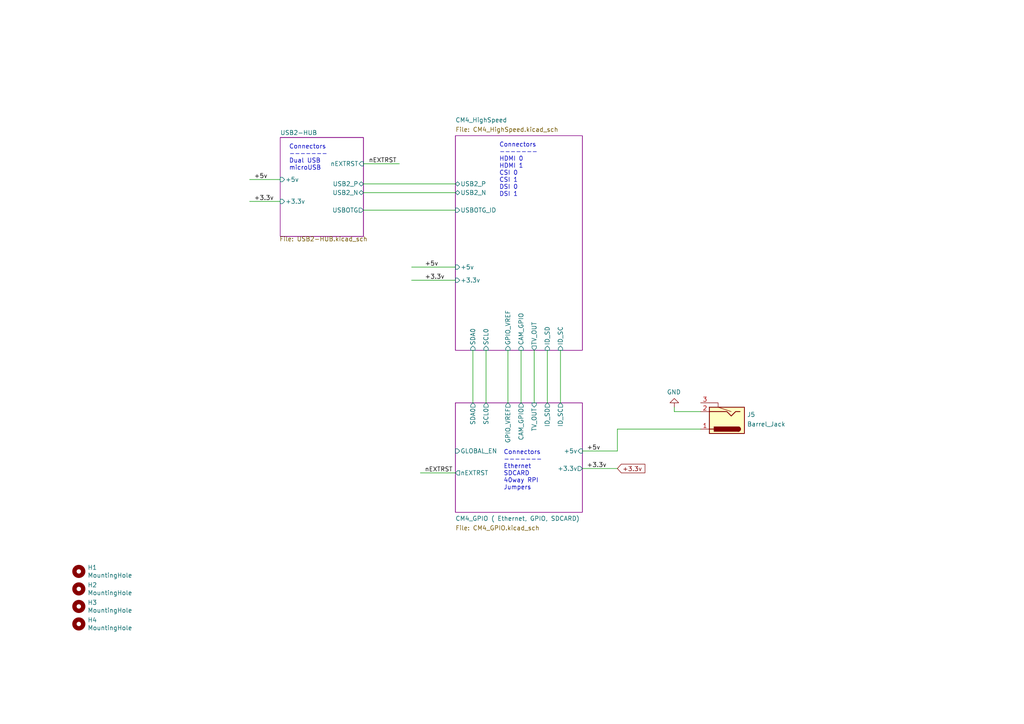
<source format=kicad_sch>
(kicad_sch (version 20210621) (generator eeschema)
  (paper "A4")
  (title_block (title "Compute Module 4 IO Board - Top Level") (rev "1") (company "(c) Raspberry Pi Trading 2020") (comment 1 "www.raspberrypi.org"))
  (lib_symbols
    (symbol "CM4IO:Barrel_Jack"
      (property "Reference" "J" (at 0 5.334 0))
      (property "Value" "Barrel_Jack" (at 0 -5.08 0))
      (symbol "Barrel_Jack_0_1"
        (arc (start -3.302 3.175) (end -3.302 1.905) (radius (at -3.302 2.54) (length 0.635) (angles 90.1 -90.1)) (stroke (width 0.254)))
        (arc (start -3.302 3.175) (end -3.302 1.905) (radius (at -3.302 2.54) (length 0.635) (angles 90.1 -90.1)) (stroke (width 0.254)) (fill (type outline)))
        (rectangle (start 3.683 3.175) (end -3.302 1.905) (stroke (width 0.254)) (fill (type outline)))
        (rectangle (start -5.08 3.81) (end 5.08 -3.81) (stroke (width 0.254)) (fill (type background)))
        (polyline (pts (xy 5.08 2.54) (xy 3.81 2.54)) (stroke (width 0.254)))
        (polyline (pts (xy 5.08 -5.08) (xy 2.54 -5.08) (xy 2.54 -3.81) (xy -1.27 -2.54)))
        (polyline (pts (xy -3.81 -2.54) (xy -2.54 -2.54) (xy -1.27 -1.27) (xy 0 -2.54) (xy 2.54 -2.54) (xy 5.08 -2.54)) (stroke (width 0.254)))
      )
      (symbol "Barrel_Jack_1_1"
        (pin passive line (at 7.62 2.54 180) (length 2.54) (name "~") (number "1"))
        (pin passive line (at 7.62 -2.54 180) (length 2.54) (name "~") (number "2"))
        (pin passive line (at 7.62 -5.08 180) (length 2.54) (name "~") (number "3"))
      )
    )
    (symbol "Mechanical:MountingHole"
      (property "Reference" "H" (at 0 5.08 0))
      (property "Value" "MountingHole" (at 0 3.175 0))
      (symbol "MountingHole_0_1"
        (circle (center 0 0) (radius 1.27) (stroke (width 1.27)))
      )
    )
    (symbol "power:GND" (power) (pin_names (offset 0))
      (property "Value" "GND" (at 0 -3.81 0))
      (symbol "GND_0_1"
        (polyline (pts (xy 0 0) (xy 0 -1.27) (xy 1.27 -1.27) (xy 0 -2.54) (xy -1.27 -1.27) (xy 0 -1.27)))
      )
      (symbol "GND_1_1"
        (pin power_in line (at 0 0 270) (length 0) hide (name "GND") (number "1"))
      )
    )
  )
  (wire (pts (xy 81.28 52.07) (xy 72.39 52.07)))
  (wire (pts (xy 81.28 58.42) (xy 72.39 58.42)))
  (wire (pts (xy 105.41 47.498) (xy 115.824 47.498)))
  (wire (pts (xy 105.41 53.34) (xy 132.08 53.34)))
  (wire (pts (xy 105.41 55.88) (xy 132.08 55.88)))
  (wire (pts (xy 105.41 60.96) (xy 132.08 60.96)))
  (wire (pts (xy 119.38 77.47) (xy 132.08 77.47)))
  (wire (pts (xy 121.92 137.16) (xy 132.08 137.16)))
  (wire (pts (xy 132.08 81.28) (xy 119.38 81.28)))
  (wire (pts (xy 137.16 101.6) (xy 137.16 116.84)))
  (wire (pts (xy 140.97 101.6) (xy 140.97 116.84)))
  (wire (pts (xy 147.32 101.6) (xy 147.32 116.84)))
  (wire (pts (xy 151.13 116.84) (xy 151.13 101.6)))
  (wire (pts (xy 154.94 116.84) (xy 154.94 101.6)))
  (wire (pts (xy 158.75 101.6) (xy 158.75 116.84)))
  (wire (pts (xy 162.56 116.84) (xy 162.56 101.6)))
  (wire (pts (xy 168.91 135.89) (xy 179.07 135.89)))
  (wire (pts (xy 179.07 124.46) (xy 179.07 130.81)))
  (wire (pts (xy 179.07 130.81) (xy 168.91 130.81)))
  (wire (pts (xy 195.58 119.38) (xy 195.58 118.11)))
  (wire (pts (xy 203.2 119.38) (xy 195.58 119.38)))
  (wire (pts (xy 203.2 124.46) (xy 179.07 124.46)))
  (text "Connectors\n-------\nDual USB\nmicroUSB" (at 83.82 49.53 0) (effects (font (size 1.27 1.27)) (justify left bottom)))
  (text "Connectors\n-------\nHDMI 0\nHDMI 1\nCSI 0\nCSI 1\nDSI 0\nDSI 1" (at 144.78 57.15 0) (effects (font (size 1.27 1.27)) (justify left bottom)))
  (text "Connectors\n-------\nEthernet\nSDCARD\n40way RPI\nJumpers" (at 146.05 142.24 0) (effects (font (size 1.27 1.27)) (justify left bottom)))
  (label "+5v" (at 73.66 52.07 0))
  (label "+3.3v" (at 73.66 58.42 0))
  (label "nEXTRST" (at 106.934 47.498 0))
  (label "+5v" (at 123.19 77.47 0))
  (label "+3.3v" (at 123.19 81.28 0))
  (label "nEXTRST" (at 123.19 137.16 0))
  (label "+5v" (at 170.18 130.81 0))
  (label "+3.3v" (at 170.18 135.89 0))
  (global_label "+3.3v" (shape input) (at 179.07 135.89 0) (property "Intersheet References" "${INTERSHEET_REFS}" (effects hide)))
  (symbol (lib_id "power:GND") (at 195.58 118.11 180) (unit 1)
    (property "Reference" "#PWR0102" (effects hide))
    (property "Value" "GND" (at 195.453 113.7158 0))
  )
  (symbol (lib_id "Mechanical:MountingHole") (at 22.86 165.735 0) (unit 1)
    (property "Reference" "H1" (at 25.4 164.592 0) (effects (justify left)))
    (property "Value" "MountingHole" (at 25.4 166.878 0) (effects (justify left)))
    (property "Footprint" "MountingHole:MountingHole_2.7mm_M2.5" (effects hide))
    (property "Field4" "nf" (effects hide))
    (property "Field5" "nf" (effects hide))
    (property "Field6" "nf" (effects hide))
    (property "Field7" "nf" (effects hide))
    (property "Part Description" "M2.5 mounting hole" (effects hide))
  )
  (symbol (lib_id "Mechanical:MountingHole") (at 22.86 170.815 0) (unit 1)
    (property "Reference" "H2" (at 25.4 169.672 0) (effects (justify left)))
    (property "Value" "MountingHole" (at 25.4 171.958 0) (effects (justify left)))
    (property "Footprint" "MountingHole:MountingHole_2.7mm_M2.5" (effects hide))
    (property "Field4" "nf" (effects hide))
    (property "Field5" "nf" (effects hide))
    (property "Field6" "nf" (effects hide))
    (property "Field7" "nf" (effects hide))
    (property "Part Description" "M2.5 mounting hole" (effects hide))
  )
  (symbol (lib_id "Mechanical:MountingHole") (at 22.86 175.895 0) (unit 1)
    (property "Reference" "H3" (at 25.4 174.752 0) (effects (justify left)))
    (property "Value" "MountingHole" (at 25.4 177.038 0) (effects (justify left)))
    (property "Footprint" "MountingHole:MountingHole_2.7mm_M2.5" (effects hide))
    (property "Field4" "nf" (effects hide))
    (property "Field5" "nf" (effects hide))
    (property "Field6" "nf" (effects hide))
    (property "Field7" "nf" (effects hide))
    (property "Part Description" "M2.5 mounting hole" (effects hide))
  )
  (symbol (lib_id "Mechanical:MountingHole") (at 22.86 180.975 0) (unit 1)
    (property "Reference" "H4" (at 25.4 179.832 0) (effects (justify left)))
    (property "Value" "MountingHole" (at 25.4 182.118 0) (effects (justify left)))
    (property "Footprint" "MountingHole:MountingHole_2.7mm_M2.5" (effects hide))
    (property "Field4" "nf" (effects hide))
    (property "Field5" "nf" (effects hide))
    (property "Field6" "nf" (effects hide))
    (property "Field7" "nf" (effects hide))
    (property "Part Description" "M2.5 mounting hole" (effects hide))
  )
  (symbol (lib_id "CM4IO:Barrel_Jack") (at 210.82 121.92 180) (unit 1)
    (property "Reference" "J5" (at 216.6621 120.2495 0) (effects (justify right)))
    (property "Value" "Barrel_Jack" (at 216.6621 123.0246 0) (effects (justify right)))
    (property "Footprint" "CM4IO:BarrelJack_Horizontal" (effects hide))
  )
  (sheet (at 132.08 116.84) (size 36.83 31.75) (stroke (width 0.1524) (color 132 0 132 1)) (fill (color 255 255 255 0.0000))
    (property "Sheet name" "CM4_GPIO ( Ethernet, GPIO, SDCARD)" (at 132.08 151.13 0) (effects (justify left bottom)))
    (property "Sheet file" "CM4_GPIO.kicad_sch" (at 132.08 152.4 0) (effects (justify left top)))
    (pin "ID_SC" output (at 162.56 116.84 90))
    (pin "ID_SD" output (at 158.75 116.84 90))
    (pin "CAM_GPIO" output (at 151.13 116.84 90))
    (pin "SCL0" output (at 140.97 116.84 90))
    (pin "SDA0" output (at 137.16 116.84 90))
    (pin "+5v" input (at 168.91 130.81 0))
    (pin "+3.3v" output (at 168.91 135.89 0))
    (pin "nEXTRST" output (at 132.08 137.16 180))
    (pin "GLOBAL_EN" input (at 132.08 130.81 180))
    (pin "GPIO_VREF" output (at 147.32 116.84 90))
    (pin "TV_OUT" input (at 154.94 116.84 90))
  )
  (sheet (at 132.08 39.37) (size 36.83 62.23) (stroke (width 0.1524) (color 132 0 132 1)) (fill (color 255 255 255 0.0000))
    (property "Sheet name" "CM4_HighSpeed" (at 132.08 35.56 0) (effects (justify left bottom)))
    (property "Sheet file" "CM4_HighSpeed.kicad_sch" (at 132.08 36.83 0) (effects (justify left top)))
    (pin "USB2_N" bidirectional (at 132.08 55.88 180))
    (pin "USB2_P" bidirectional (at 132.08 53.34 180))
    (pin "ID_SC" input (at 162.56 101.6 270))
    (pin "ID_SD" input (at 158.75 101.6 270))
    (pin "CAM_GPIO" input (at 151.13 101.6 270))
    (pin "SCL0" input (at 140.97 101.6 270))
    (pin "SDA0" input (at 137.16 101.6 270))
    (pin "+5v" input (at 132.08 77.47 180))
    (pin "+3.3v" input (at 132.08 81.28 180))
    (pin "USBOTG_ID" input (at 132.08 60.96 180))
    (pin "GPIO_VREF" input (at 147.32 101.6 270))
    (pin "TV_OUT" output (at 154.94 101.6 270))
  )
  (sheet (at 81.28 39.878) (size 24.13 28.702) (stroke (width 0.1524) (color 132 0 132 1)) (fill (color 255 255 255 0.0000))
    (property "Sheet name" "USB2-HUB" (at 81.28 39.2425 0) (effects (justify left bottom)))
    (property "Sheet file" "USB2-HUB.kicad_sch" (at 81.026 68.58 0) (effects (justify left top)))
    (pin "USB2_N" bidirectional (at 105.41 55.88 0))
    (pin "USB2_P" bidirectional (at 105.41 53.34 0))
    (pin "+5v" input (at 81.28 52.07 180))
    (pin "+3.3v" input (at 81.28 58.42 180))
    (pin "nEXTRST" input (at 105.41 47.498 0))
    (pin "USBOTG" output (at 105.41 60.96 0))
  )
)
</source>
